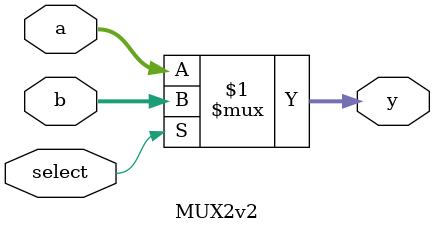
<source format=v>
module MUX2v2 #(
    parameter d_width = 32
)
(
    input [d_width -1 :0] a,
    input [d_width -1 :0] b,
    input select,
    output [d_width -1 :0] y
);

assign y = (select) ? b : a; 
endmodule
</source>
